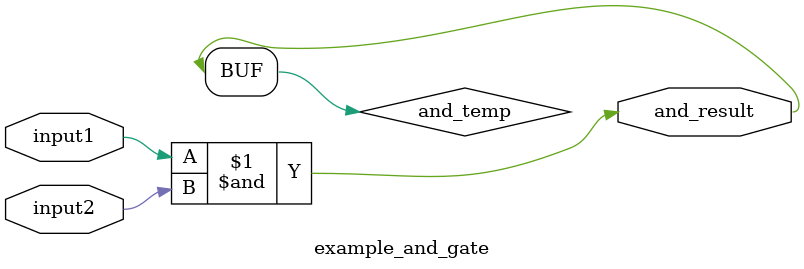
<source format=v>
module example_and_gate(input1, input2, and_result);
    input input1;
    input input2;
    output and_result;

    wire and_temp;

    assign and_temp = input1 & input2;

    assign and_result = and_temp;
endmodule
</source>
